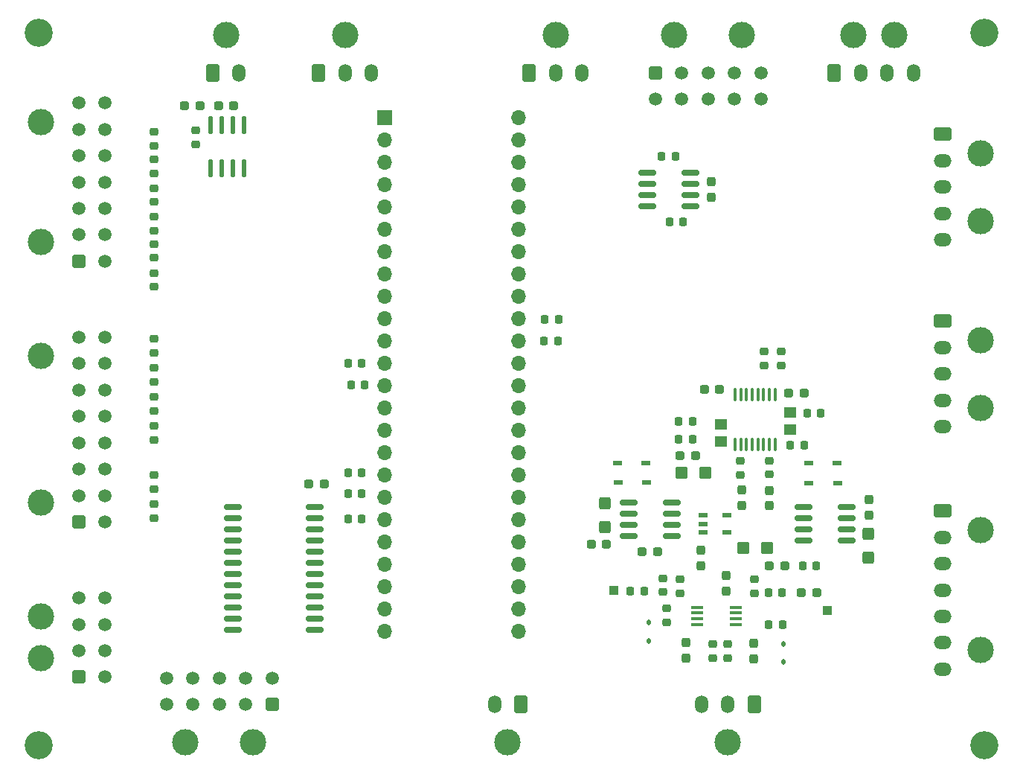
<source format=gbr>
%TF.GenerationSoftware,KiCad,Pcbnew,7.0.6*%
%TF.CreationDate,2024-01-09T11:46:40-08:00*%
%TF.ProjectId,microcontroller_board,6d696372-6f63-46f6-9e74-726f6c6c6572,rev?*%
%TF.SameCoordinates,Original*%
%TF.FileFunction,Soldermask,Top*%
%TF.FilePolarity,Negative*%
%FSLAX46Y46*%
G04 Gerber Fmt 4.6, Leading zero omitted, Abs format (unit mm)*
G04 Created by KiCad (PCBNEW 7.0.6) date 2024-01-09 11:46:40*
%MOMM*%
%LPD*%
G01*
G04 APERTURE LIST*
G04 Aperture macros list*
%AMRoundRect*
0 Rectangle with rounded corners*
0 $1 Rounding radius*
0 $2 $3 $4 $5 $6 $7 $8 $9 X,Y pos of 4 corners*
0 Add a 4 corners polygon primitive as box body*
4,1,4,$2,$3,$4,$5,$6,$7,$8,$9,$2,$3,0*
0 Add four circle primitives for the rounded corners*
1,1,$1+$1,$2,$3*
1,1,$1+$1,$4,$5*
1,1,$1+$1,$6,$7*
1,1,$1+$1,$8,$9*
0 Add four rect primitives between the rounded corners*
20,1,$1+$1,$2,$3,$4,$5,0*
20,1,$1+$1,$4,$5,$6,$7,0*
20,1,$1+$1,$6,$7,$8,$9,0*
20,1,$1+$1,$8,$9,$2,$3,0*%
G04 Aperture macros list end*
%ADD10RoundRect,0.237500X-0.287500X-0.237500X0.287500X-0.237500X0.287500X0.237500X-0.287500X0.237500X0*%
%ADD11C,3.200000*%
%ADD12RoundRect,0.218750X-0.218750X-0.256250X0.218750X-0.256250X0.218750X0.256250X-0.218750X0.256250X0*%
%ADD13C,3.000000*%
%ADD14RoundRect,0.250001X-0.759999X0.499999X-0.759999X-0.499999X0.759999X-0.499999X0.759999X0.499999X0*%
%ADD15O,2.020000X1.500000*%
%ADD16RoundRect,0.218750X-0.256250X0.218750X-0.256250X-0.218750X0.256250X-0.218750X0.256250X0.218750X0*%
%ADD17RoundRect,0.250001X-0.499999X-0.759999X0.499999X-0.759999X0.499999X0.759999X-0.499999X0.759999X0*%
%ADD18O,1.500000X2.020000*%
%ADD19RoundRect,0.218750X0.218750X0.256250X-0.218750X0.256250X-0.218750X-0.256250X0.218750X-0.256250X0*%
%ADD20RoundRect,0.250001X0.499999X-0.499999X0.499999X0.499999X-0.499999X0.499999X-0.499999X-0.499999X0*%
%ADD21C,1.500000*%
%ADD22RoundRect,0.250000X-0.425000X0.450000X-0.425000X-0.450000X0.425000X-0.450000X0.425000X0.450000X0*%
%ADD23RoundRect,0.218750X0.256250X-0.218750X0.256250X0.218750X-0.256250X0.218750X-0.256250X-0.218750X0*%
%ADD24RoundRect,0.150000X-0.825000X-0.150000X0.825000X-0.150000X0.825000X0.150000X-0.825000X0.150000X0*%
%ADD25R,1.000000X1.000000*%
%ADD26RoundRect,0.237500X0.237500X-0.287500X0.237500X0.287500X-0.237500X0.287500X-0.237500X-0.287500X0*%
%ADD27RoundRect,0.150000X0.825000X0.150000X-0.825000X0.150000X-0.825000X-0.150000X0.825000X-0.150000X0*%
%ADD28R,1.400000X1.295000*%
%ADD29RoundRect,0.250000X-0.450000X-0.425000X0.450000X-0.425000X0.450000X0.425000X-0.450000X0.425000X0*%
%ADD30RoundRect,0.237500X-0.237500X0.287500X-0.237500X-0.287500X0.237500X-0.287500X0.237500X0.287500X0*%
%ADD31RoundRect,0.250001X0.499999X0.759999X-0.499999X0.759999X-0.499999X-0.759999X0.499999X-0.759999X0*%
%ADD32RoundRect,0.112500X-0.112500X0.187500X-0.112500X-0.187500X0.112500X-0.187500X0.112500X0.187500X0*%
%ADD33R,1.060000X0.540000*%
%ADD34RoundRect,0.132500X-0.132500X0.857500X-0.132500X-0.857500X0.132500X-0.857500X0.132500X0.857500X0*%
%ADD35R,1.450000X0.450000*%
%ADD36RoundRect,0.237500X0.287500X0.237500X-0.287500X0.237500X-0.287500X-0.237500X0.287500X-0.237500X0*%
%ADD37RoundRect,0.100000X0.100000X-0.637500X0.100000X0.637500X-0.100000X0.637500X-0.100000X-0.637500X0*%
%ADD38RoundRect,0.250001X0.499999X0.499999X-0.499999X0.499999X-0.499999X-0.499999X0.499999X-0.499999X0*%
%ADD39R,1.700000X1.700000*%
%ADD40O,1.700000X1.700000*%
%ADD41RoundRect,0.150000X-0.875000X-0.150000X0.875000X-0.150000X0.875000X0.150000X-0.875000X0.150000X0*%
%ADD42RoundRect,0.250001X-0.499999X-0.499999X0.499999X-0.499999X0.499999X0.499999X-0.499999X0.499999X0*%
%ADD43RoundRect,0.250000X0.450000X0.425000X-0.450000X0.425000X-0.450000X-0.425000X0.450000X-0.425000X0*%
%ADD44R,1.100000X0.600000*%
%ADD45RoundRect,0.250000X0.425000X-0.450000X0.425000X0.450000X-0.425000X0.450000X-0.425000X-0.450000X0*%
G04 APERTURE END LIST*
D10*
%TO.C,C5*%
X179600700Y-117456200D03*
X181350700Y-117456200D03*
%TD*%
D11*
%TO.C,MK2*%
X200422400Y-53781000D03*
%TD*%
D12*
%TO.C,R16*%
X150370000Y-86410000D03*
X151945000Y-86410000D03*
%TD*%
D13*
%TO.C,J7*%
X200025000Y-88759400D03*
X200025000Y-96459400D03*
D14*
X195705000Y-86609400D03*
D15*
X195705000Y-89609400D03*
X195705000Y-92609400D03*
X195705000Y-95609400D03*
X195705000Y-98609400D03*
%TD*%
D16*
%TO.C,R29*%
X175337800Y-90074800D03*
X175337800Y-91649800D03*
%TD*%
D13*
%TO.C,J5*%
X185500000Y-54055000D03*
X190200000Y-54055000D03*
D17*
X183350000Y-58375000D03*
D18*
X186350000Y-58375000D03*
X189350000Y-58375000D03*
X192350000Y-58375000D03*
%TD*%
D10*
%TO.C,C13*%
X165812800Y-101911400D03*
X167562800Y-101911400D03*
%TD*%
D19*
%TO.C,R27*%
X179909800Y-100743000D03*
X178334800Y-100743000D03*
%TD*%
D16*
%TO.C,JP3*%
X164249400Y-119284900D03*
X164249400Y-120859900D03*
%TD*%
D13*
%TO.C,J2*%
X93030000Y-107284600D03*
X93030000Y-90584600D03*
D20*
X97350000Y-109444600D03*
D21*
X97350000Y-106444600D03*
X97350000Y-103444600D03*
X97350000Y-100444600D03*
X97350000Y-97444600D03*
X97350000Y-94444600D03*
X97350000Y-91444600D03*
X97350000Y-88444600D03*
X100350000Y-109444600D03*
X100350000Y-106444600D03*
X100350000Y-103444600D03*
X100350000Y-100444600D03*
X100350000Y-97444600D03*
X100350000Y-94444600D03*
X100350000Y-91444600D03*
X100350000Y-88444600D03*
%TD*%
D22*
%TO.C,C18*%
X187233000Y-110814600D03*
X187233000Y-113514600D03*
%TD*%
D10*
%TO.C,C10*%
X178171200Y-94799400D03*
X179921200Y-94799400D03*
%TD*%
D23*
%TO.C,R6*%
X105897200Y-82702900D03*
X105897200Y-81127900D03*
%TD*%
D16*
%TO.C,R18*%
X163830000Y-115862500D03*
X163830000Y-117437500D03*
%TD*%
D23*
%TO.C,R31*%
X110650000Y-66487500D03*
X110650000Y-64912500D03*
%TD*%
D24*
%TO.C,U5*%
X179805000Y-107745000D03*
X179805000Y-109015000D03*
X179805000Y-110285000D03*
X179805000Y-111555000D03*
X184755000Y-111555000D03*
X184755000Y-110285000D03*
X184755000Y-109015000D03*
X184755000Y-107745000D03*
%TD*%
D16*
%TO.C,R3*%
X105897200Y-71475900D03*
X105897200Y-73050900D03*
%TD*%
D25*
%TO.C,TP1*%
X158255000Y-117250000D03*
%TD*%
D26*
%TO.C,C20*%
X168135600Y-114419600D03*
X168135600Y-112669600D03*
%TD*%
D23*
%TO.C,R10*%
X105950000Y-100141500D03*
X105950000Y-98566500D03*
%TD*%
D12*
%TO.C,JP4*%
X175892500Y-121150000D03*
X177467500Y-121150000D03*
%TD*%
D10*
%TO.C,C4*%
X161455000Y-112800000D03*
X163205000Y-112800000D03*
%TD*%
D19*
%TO.C,R30*%
X129587500Y-106250000D03*
X128012500Y-106250000D03*
%TD*%
D27*
%TO.C,U4*%
X164855000Y-111080000D03*
X164855000Y-109810000D03*
X164855000Y-108540000D03*
X164855000Y-107270000D03*
X159905000Y-107270000D03*
X159905000Y-108540000D03*
X159905000Y-109810000D03*
X159905000Y-111080000D03*
%TD*%
D28*
%TO.C,C9*%
X178284200Y-98916500D03*
X178284200Y-96981500D03*
%TD*%
D26*
%TO.C,C16*%
X187283800Y-108645400D03*
X187283800Y-106895400D03*
%TD*%
%TO.C,C3*%
X171005800Y-117315200D03*
X171005800Y-115565200D03*
%TD*%
D23*
%TO.C,R2*%
X105897200Y-69825000D03*
X105897200Y-68250000D03*
%TD*%
D12*
%TO.C,R35*%
X164587500Y-75355000D03*
X166162500Y-75355000D03*
%TD*%
D29*
%TO.C,C19*%
X173008600Y-112452400D03*
X175708600Y-112452400D03*
%TD*%
D23*
%TO.C,JP1*%
X165755000Y-117562500D03*
X165755000Y-115987500D03*
%TD*%
D13*
%TO.C,J16*%
X151625000Y-54055000D03*
D17*
X148625000Y-58375000D03*
D18*
X151625000Y-58375000D03*
X154625000Y-58375000D03*
%TD*%
D30*
%TO.C,C7*%
X175984200Y-105862400D03*
X175984200Y-107612400D03*
%TD*%
D13*
%TO.C,J14*%
X171219400Y-134509200D03*
D31*
X174219400Y-130189200D03*
D18*
X171219400Y-130189200D03*
X168219400Y-130189200D03*
%TD*%
D25*
%TO.C,TP2*%
X182580000Y-119550000D03*
%TD*%
D32*
%TO.C,D1*%
X162268200Y-120876600D03*
X162268200Y-122976600D03*
%TD*%
D16*
%TO.C,R9*%
X105950000Y-95264500D03*
X105950000Y-96839500D03*
%TD*%
D12*
%TO.C,R26*%
X165646300Y-100082600D03*
X167221300Y-100082600D03*
%TD*%
D24*
%TO.C,U9*%
X162025000Y-69775000D03*
X162025000Y-71045000D03*
X162025000Y-72315000D03*
X162025000Y-73585000D03*
X166975000Y-73585000D03*
X166975000Y-72315000D03*
X166975000Y-71045000D03*
X166975000Y-69775000D03*
%TD*%
D19*
%TO.C,R12*%
X129912500Y-93850000D03*
X128337500Y-93850000D03*
%TD*%
D13*
%TO.C,J6*%
X200025000Y-67525000D03*
X200025000Y-75225000D03*
D14*
X195705000Y-65375000D03*
D15*
X195705000Y-68375000D03*
X195705000Y-71375000D03*
X195705000Y-74375000D03*
X195705000Y-77375000D03*
%TD*%
D26*
%TO.C,CFilt2*%
X174180800Y-124986000D03*
X174180800Y-123236000D03*
%TD*%
D23*
%TO.C,JP2*%
X174230000Y-117562500D03*
X174230000Y-115987500D03*
%TD*%
%TO.C,R14*%
X105950000Y-109031500D03*
X105950000Y-107456500D03*
%TD*%
D16*
%TO.C,R23*%
X175984200Y-102495500D03*
X175984200Y-104070500D03*
%TD*%
%TO.C,R1*%
X105897200Y-65100400D03*
X105897200Y-66675400D03*
%TD*%
D11*
%TO.C,MK1*%
X92769400Y-53781000D03*
%TD*%
D28*
%TO.C,C8*%
X170410800Y-100288100D03*
X170410800Y-98353100D03*
%TD*%
D30*
%TO.C,CFilt1*%
X166484600Y-123159800D03*
X166484600Y-124909800D03*
%TD*%
D12*
%TO.C,R34*%
X163692100Y-67892400D03*
X165267100Y-67892400D03*
%TD*%
D33*
%TO.C,D5*%
X158702400Y-102800400D03*
X161922400Y-102800400D03*
%TD*%
D23*
%TO.C,R4*%
X105897200Y-76322900D03*
X105897200Y-74747900D03*
%TD*%
D34*
%TO.C,U2*%
X116155000Y-64335000D03*
X114885000Y-64335000D03*
X113615000Y-64335000D03*
X112345000Y-64335000D03*
X112345000Y-69265000D03*
X113615000Y-69265000D03*
X114885000Y-69265000D03*
X116155000Y-69265000D03*
%TD*%
D16*
%TO.C,R7*%
X105950000Y-88660500D03*
X105950000Y-90235500D03*
%TD*%
D12*
%TO.C,R19*%
X160134500Y-117303800D03*
X161709500Y-117303800D03*
%TD*%
D23*
%TO.C,RFilt1*%
X169532600Y-124949300D03*
X169532600Y-123374300D03*
%TD*%
D13*
%TO.C,J8*%
X200025000Y-110352200D03*
X200025000Y-124052200D03*
D14*
X195705000Y-108202200D03*
D15*
X195705000Y-111202200D03*
X195705000Y-114202200D03*
X195705000Y-117202200D03*
X195705000Y-120202200D03*
X195705000Y-123202200D03*
X195705000Y-126202200D03*
%TD*%
D23*
%TO.C,RFilt2*%
X171209000Y-124949300D03*
X171209000Y-123374300D03*
%TD*%
D35*
%TO.C,U3*%
X167698000Y-119148200D03*
X167698000Y-119798200D03*
X167698000Y-120448200D03*
X167698000Y-121098200D03*
X172098000Y-121098200D03*
X172098000Y-120448200D03*
X172098000Y-119798200D03*
X172098000Y-119148200D03*
%TD*%
D16*
%TO.C,R22*%
X172656800Y-102520900D03*
X172656800Y-104095900D03*
%TD*%
D36*
%TO.C,C1*%
X115005200Y-62133000D03*
X113255200Y-62133000D03*
%TD*%
%TO.C,C21*%
X125275000Y-105125000D03*
X123525000Y-105125000D03*
%TD*%
%TO.C,C2*%
X111171000Y-62107600D03*
X109421000Y-62107600D03*
%TD*%
D19*
%TO.C,R24*%
X167221300Y-97999800D03*
X165646300Y-97999800D03*
%TD*%
D37*
%TO.C,U6*%
X172046800Y-100659100D03*
X172696800Y-100659100D03*
X173346800Y-100659100D03*
X173996800Y-100659100D03*
X174646800Y-100659100D03*
X175296800Y-100659100D03*
X175946800Y-100659100D03*
X176596800Y-100659100D03*
X176596800Y-94934100D03*
X175946800Y-94934100D03*
X175296800Y-94934100D03*
X174646800Y-94934100D03*
X173996800Y-94934100D03*
X173346800Y-94934100D03*
X172696800Y-94934100D03*
X172046800Y-94934100D03*
%TD*%
D13*
%TO.C,J13*%
X114100000Y-54055000D03*
D17*
X112600000Y-58375000D03*
D18*
X115600000Y-58375000D03*
%TD*%
D13*
%TO.C,J10*%
X93030000Y-124929200D03*
X93030000Y-120229200D03*
D20*
X97350000Y-127089200D03*
D21*
X97350000Y-124089200D03*
X97350000Y-121089200D03*
X97350000Y-118089200D03*
X100350000Y-127089200D03*
X100350000Y-124089200D03*
X100350000Y-121089200D03*
X100350000Y-118089200D03*
%TD*%
D13*
%TO.C,J15*%
X117195600Y-134509200D03*
X109495600Y-134509200D03*
D38*
X119355600Y-130189200D03*
D21*
X116355600Y-130189200D03*
X113355600Y-130189200D03*
X110355600Y-130189200D03*
X107355600Y-130189200D03*
X119355600Y-127189200D03*
X116355600Y-127189200D03*
X113355600Y-127189200D03*
X110355600Y-127189200D03*
X107355600Y-127189200D03*
%TD*%
D19*
%TO.C,R15*%
X129587500Y-103886800D03*
X128012500Y-103886800D03*
%TD*%
D26*
%TO.C,C23*%
X169375000Y-72505000D03*
X169375000Y-70755000D03*
%TD*%
D19*
%TO.C,R33*%
X129587500Y-109150000D03*
X128012500Y-109150000D03*
%TD*%
D39*
%TO.C,U1*%
X132130000Y-63450000D03*
D40*
X132130000Y-65990000D03*
X132130000Y-68530000D03*
X132130000Y-71070000D03*
X132130000Y-73610000D03*
X132130000Y-76150000D03*
X132130000Y-78690000D03*
X132130000Y-81230000D03*
X132130000Y-83770000D03*
X132130000Y-86310000D03*
X132130000Y-88850000D03*
X132130000Y-91390000D03*
X132130000Y-93930000D03*
X132130000Y-96470000D03*
X132130000Y-99010000D03*
X132130000Y-101550000D03*
X132130000Y-104090000D03*
X132130000Y-106630000D03*
X132130000Y-109170000D03*
X132130000Y-111710000D03*
X132130000Y-114250000D03*
X132130000Y-116790000D03*
X132130000Y-119330000D03*
X132130000Y-121870000D03*
X147370000Y-121870000D03*
X147370000Y-119330000D03*
X147370000Y-116790000D03*
X147370000Y-114250000D03*
X147370000Y-111710000D03*
X147370000Y-109170000D03*
X147370000Y-106630000D03*
X147370000Y-104090000D03*
X147370000Y-101550000D03*
X147370000Y-99010000D03*
X147370000Y-96470000D03*
X147370000Y-93930000D03*
X147370000Y-91390000D03*
X147370000Y-88850000D03*
X147370000Y-86310000D03*
X147370000Y-83770000D03*
X147370000Y-81230000D03*
X147370000Y-78690000D03*
X147370000Y-76150000D03*
X147370000Y-73610000D03*
X147370000Y-71070000D03*
X147370000Y-68530000D03*
X147370000Y-65990000D03*
X147370000Y-63450000D03*
%TD*%
D11*
%TO.C,MK3*%
X92769400Y-134865000D03*
%TD*%
D19*
%TO.C,R25*%
X181814900Y-97085400D03*
X180239900Y-97085400D03*
%TD*%
D41*
%TO.C,U10*%
X114875000Y-107765000D03*
X114875000Y-109035000D03*
X114875000Y-110305000D03*
X114875000Y-111575000D03*
X114875000Y-112845000D03*
X114875000Y-114115000D03*
X114875000Y-115385000D03*
X114875000Y-116655000D03*
X114875000Y-117925000D03*
X114875000Y-119195000D03*
X114875000Y-120465000D03*
X114875000Y-121735000D03*
X124175000Y-121735000D03*
X124175000Y-120465000D03*
X124175000Y-119195000D03*
X124175000Y-117925000D03*
X124175000Y-116655000D03*
X124175000Y-115385000D03*
X124175000Y-114115000D03*
X124175000Y-112845000D03*
X124175000Y-111575000D03*
X124175000Y-110305000D03*
X124175000Y-109035000D03*
X124175000Y-107765000D03*
%TD*%
D13*
%TO.C,J11*%
X127650000Y-54055000D03*
D17*
X124650000Y-58375000D03*
D18*
X127650000Y-58375000D03*
X130650000Y-58375000D03*
%TD*%
D36*
%TO.C,C17*%
X177722800Y-114459000D03*
X175972800Y-114459000D03*
%TD*%
D12*
%TO.C,R17*%
X150325000Y-88900000D03*
X151900000Y-88900000D03*
%TD*%
D13*
%TO.C,J9*%
X165147500Y-54055000D03*
X172847500Y-54055000D03*
D42*
X162987500Y-58375000D03*
D21*
X165987500Y-58375000D03*
X168987500Y-58375000D03*
X171987500Y-58375000D03*
X174987500Y-58375000D03*
X162987500Y-61375000D03*
X165987500Y-61375000D03*
X168987500Y-61375000D03*
X171987500Y-61375000D03*
X174987500Y-61375000D03*
%TD*%
D33*
%TO.C,D3*%
X183655000Y-102775000D03*
X180435000Y-102775000D03*
%TD*%
D43*
%TO.C,C15*%
X168661400Y-103892600D03*
X165961400Y-103892600D03*
%TD*%
D13*
%TO.C,J12*%
X146175000Y-134509200D03*
D31*
X147675000Y-130189200D03*
D18*
X144675000Y-130189200D03*
%TD*%
D19*
%TO.C,R11*%
X129587500Y-91440800D03*
X128012500Y-91440800D03*
%TD*%
D36*
%TO.C,C12*%
X157430000Y-112025000D03*
X155680000Y-112025000D03*
%TD*%
D44*
%TO.C,U7*%
X168385800Y-108723600D03*
X168385800Y-109673600D03*
X168385800Y-110623600D03*
X171085800Y-110623600D03*
X171085800Y-108723600D03*
%TD*%
D11*
%TO.C,MK4*%
X200422400Y-134865000D03*
%TD*%
D45*
%TO.C,C14*%
X157205000Y-110000000D03*
X157205000Y-107300000D03*
%TD*%
D10*
%TO.C,C11*%
X168535800Y-94345000D03*
X170285800Y-94345000D03*
%TD*%
D32*
%TO.C,D2*%
X177580000Y-123300000D03*
X177580000Y-125400000D03*
%TD*%
D19*
%TO.C,R20*%
X177391100Y-117481600D03*
X175816100Y-117481600D03*
%TD*%
D16*
%TO.C,R28*%
X177319000Y-90100300D03*
X177319000Y-91675300D03*
%TD*%
D19*
%TO.C,R21*%
X181292900Y-114433600D03*
X179717900Y-114433600D03*
%TD*%
D30*
%TO.C,C6*%
X172834600Y-105811600D03*
X172834600Y-107561600D03*
%TD*%
D33*
%TO.C,D6*%
X161947800Y-104984800D03*
X158727800Y-104984800D03*
%TD*%
%TO.C,D4*%
X180470200Y-105035600D03*
X183690200Y-105035600D03*
%TD*%
D16*
%TO.C,R13*%
X105950000Y-104154500D03*
X105950000Y-105729500D03*
%TD*%
D23*
%TO.C,R8*%
X105950000Y-93537500D03*
X105950000Y-91962500D03*
%TD*%
D16*
%TO.C,R5*%
X105897200Y-77825900D03*
X105897200Y-79400900D03*
%TD*%
D13*
%TO.C,J1*%
X93030000Y-77640000D03*
X93030000Y-63940000D03*
D20*
X97350000Y-79800000D03*
D21*
X97350000Y-76800000D03*
X97350000Y-73800000D03*
X97350000Y-70800000D03*
X97350000Y-67800000D03*
X97350000Y-64800000D03*
X97350000Y-61800000D03*
X100350000Y-79800000D03*
X100350000Y-76800000D03*
X100350000Y-73800000D03*
X100350000Y-70800000D03*
X100350000Y-67800000D03*
X100350000Y-64800000D03*
X100350000Y-61800000D03*
%TD*%
M02*

</source>
